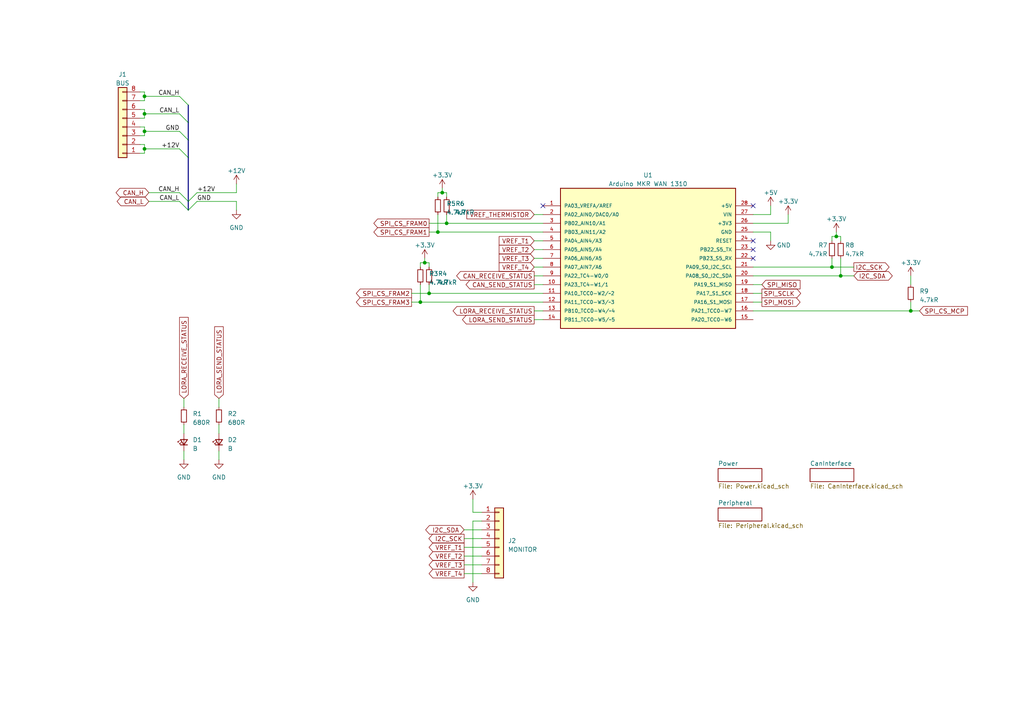
<source format=kicad_sch>
(kicad_sch (version 20231120) (generator "eeschema") (generator_version "8.0")
  (paper "A4")
  (lib_symbols
    (symbol "ABX00012:ABX00012" (pin_names (offset 1.016))
      (property "Reference" "U" (at -25.4 21.082 0))
      (property "Value" "ABX00012" (at -25.4 -22.86 0))
      (symbol "ABX00012_0_0"
        (rectangle (start -25.4 -20.32) (end 25.4 20.32) (stroke (width 0.254)) (fill (type background)))
        (pin bidirectional line (at -30.48 15.24 0) (length 5.08) (name "PA03_VREFA/AREF") (number "1"))
        (pin bidirectional line (at -30.48 -7.62 0) (length 5.08) (name "PA23_TC4-W1/1") (number "10"))
        (pin bidirectional line (at -30.48 -10.16 0) (length 5.08) (name "PA10_TCC0-W2/~2") (number "11"))
        (pin bidirectional line (at -30.48 -12.7 0) (length 5.08) (name "PA11_TCC0-W3/~3") (number "12"))
        (pin bidirectional line (at -30.48 -15.24 0) (length 5.08) (name "PB10_TCC0-W4/~4") (number "13"))
        (pin bidirectional line (at -30.48 -17.78 0) (length 5.08) (name "PB11_TCC0-W5/~5") (number "14"))
        (pin bidirectional line (at 30.48 -17.78 180) (length 5.08) (name "PA20_TCC0-W6") (number "15"))
        (pin bidirectional line (at 30.48 -15.24 180) (length 5.08) (name "PA21_TCC0-W7") (number "16"))
        (pin bidirectional line (at 30.48 -12.7 180) (length 5.08) (name "PA16_S1_MOSI") (number "17"))
        (pin bidirectional line (at 30.48 -10.16 180) (length 5.08) (name "PA17_S1_SCK") (number "18"))
        (pin bidirectional line (at 30.48 -7.62 180) (length 5.08) (name "PA19_S1_MISO") (number "19"))
        (pin bidirectional line (at -30.48 12.7 0) (length 5.08) (name "PA02_AIN0/DAC0/A0") (number "2"))
        (pin bidirectional line (at 30.48 -5.08 180) (length 5.08) (name "PA08_S0_I2C_SDA") (number "20"))
        (pin bidirectional line (at 30.48 -2.54 180) (length 5.08) (name "PA09_S0_I2C_SCL") (number "21"))
        (pin bidirectional line (at 30.48 0 180) (length 5.08) (name "PB23_S5_RX") (number "22"))
        (pin bidirectional line (at 30.48 2.54 180) (length 5.08) (name "PB22_S5_TX") (number "23"))
        (pin input line (at 30.48 5.08 180) (length 5.08) (name "RESET") (number "24"))
        (pin power_in line (at 30.48 7.62 180) (length 5.08) (name "GND") (number "25"))
        (pin power_in line (at 30.48 10.16 180) (length 5.08) (name "+3V3") (number "26"))
        (pin power_in line (at 30.48 12.7 180) (length 5.08) (name "VIN") (number "27"))
        (pin power_in line (at 30.48 15.24 180) (length 5.08) (name "+5V") (number "28"))
        (pin bidirectional line (at -30.48 10.16 0) (length 5.08) (name "PB02_AIN10/A1") (number "3"))
        (pin bidirectional line (at -30.48 7.62 0) (length 5.08) (name "PB03_AIN11/A2") (number "4"))
        (pin bidirectional line (at -30.48 5.08 0) (length 5.08) (name "PA04_AIN4/A3") (number "5"))
        (pin bidirectional line (at -30.48 2.54 0) (length 5.08) (name "PA05_AIN5/A4") (number "6"))
        (pin bidirectional line (at -30.48 0 0) (length 5.08) (name "PA06_AIN6/A5") (number "7"))
        (pin bidirectional line (at -30.48 -2.54 0) (length 5.08) (name "PA07_AIN7/A6") (number "8"))
        (pin bidirectional line (at -30.48 -5.08 0) (length 5.08) (name "PA22_TC4-W0/0") (number "9"))
      )
    )
    (symbol "Connector_Generic:Conn_01x08" (pin_names (offset 1.016) hide)
      (property "Reference" "J" (at 0 10.16 0))
      (property "Value" "Conn_01x08" (at 0 -12.7 0))
      (symbol "Conn_01x08_1_1"
        (rectangle (start -1.27 -10.033) (end 0 -10.287) (stroke (width 0.1524)))
        (rectangle (start -1.27 -7.493) (end 0 -7.747) (stroke (width 0.1524)))
        (rectangle (start -1.27 -4.953) (end 0 -5.207) (stroke (width 0.1524)))
        (rectangle (start -1.27 -2.413) (end 0 -2.667) (stroke (width 0.1524)))
        (rectangle (start -1.27 0.127) (end 0 -0.127) (stroke (width 0.1524)))
        (rectangle (start -1.27 2.667) (end 0 2.413) (stroke (width 0.1524)))
        (rectangle (start -1.27 5.207) (end 0 4.953) (stroke (width 0.1524)))
        (rectangle (start -1.27 7.747) (end 0 7.493) (stroke (width 0.1524)))
        (rectangle (start -1.27 8.89) (end 1.27 -11.43) (stroke (width 0.254)) (fill (type background)))
        (pin passive line (at -5.08 7.62 0) (length 3.81) (name "Pin_1") (number "1"))
        (pin passive line (at -5.08 5.08 0) (length 3.81) (name "Pin_2") (number "2"))
        (pin passive line (at -5.08 2.54 0) (length 3.81) (name "Pin_3") (number "3"))
        (pin passive line (at -5.08 0 0) (length 3.81) (name "Pin_4") (number "4"))
        (pin passive line (at -5.08 -2.54 0) (length 3.81) (name "Pin_5") (number "5"))
        (pin passive line (at -5.08 -5.08 0) (length 3.81) (name "Pin_6") (number "6"))
        (pin passive line (at -5.08 -7.62 0) (length 3.81) (name "Pin_7") (number "7"))
        (pin passive line (at -5.08 -10.16 0) (length 3.81) (name "Pin_8") (number "8"))
      )
    )
    (symbol "Device:LED_Small" (pin_numbers hide) (pin_names (offset 0.254) hide)
      (property "Reference" "D" (at -1.27 3.175 0))
      (property "Value" "LED_Small" (at -4.445 -2.54 0))
      (symbol "LED_Small_0_1"
        (polyline (pts (xy -0.762 -1.016) (xy -0.762 1.016)) (stroke (width 0.254)))
        (polyline (pts (xy 1.016 0) (xy -0.762 0)))
        (polyline (pts (xy 0.762 -1.016) (xy -0.762 0) (xy 0.762 1.016) (xy 0.762 -1.016)) (stroke (width 0.254)))
        (polyline (pts (xy 0 0.762) (xy -0.508 1.27) (xy -0.254 1.27) (xy -0.508 1.27) (xy -0.508 1.016)))
        (polyline (pts (xy 0.508 1.27) (xy 0 1.778) (xy 0.254 1.778) (xy 0 1.778) (xy 0 1.524)))
      )
      (symbol "LED_Small_1_1"
        (pin passive line (at -2.54 0 0) (length 1.778) (name "K") (number "1"))
        (pin passive line (at 2.54 0 180) (length 1.778) (name "A") (number "2"))
      )
    )
    (symbol "Device:R_Small" (pin_numbers hide) (pin_names (offset 0.254) hide)
      (property "Reference" "R" (at 0.762 0.508 0))
      (property "Value" "R_Small" (at 0.762 -1.016 0))
      (symbol "R_Small_0_1"
        (rectangle (start -0.762 1.778) (end 0.762 -1.778) (stroke (width 0.2032)))
      )
      (symbol "R_Small_1_1"
        (pin passive line (at 0 2.54 270) (length 0.762) (name "~") (number "1"))
        (pin passive line (at 0 -2.54 90) (length 0.762) (name "~") (number "2"))
      )
    )
    (symbol "power:+12V" (power) (pin_names (offset 0))
      (property "Value" "+12V" (at 0 3.556 0))
      (symbol "+12V_0_1"
        (polyline (pts (xy -0.762 1.27) (xy 0 2.54)))
        (polyline (pts (xy 0 0) (xy 0 2.54)))
        (polyline (pts (xy 0 2.54) (xy 0.762 1.27)))
      )
      (symbol "+12V_1_1"
        (pin power_in line (at 0 0 90) (length 0) hide (name "+12V") (number "1"))
      )
    )
    (symbol "power:+3.3V" (power) (pin_names (offset 0))
      (property "Value" "+3.3V" (at 0 3.556 0))
      (symbol "+3.3V_0_1"
        (polyline (pts (xy -0.762 1.27) (xy 0 2.54)))
        (polyline (pts (xy 0 0) (xy 0 2.54)))
        (polyline (pts (xy 0 2.54) (xy 0.762 1.27)))
      )
      (symbol "+3.3V_1_1"
        (pin power_in line (at 0 0 90) (length 0) hide (name "+3.3V") (number "1"))
      )
    )
    (symbol "power:+5V" (power) (pin_names (offset 0))
      (property "Value" "+5V" (at 0 3.556 0))
      (symbol "+5V_0_1"
        (polyline (pts (xy -0.762 1.27) (xy 0 2.54)))
        (polyline (pts (xy 0 0) (xy 0 2.54)))
        (polyline (pts (xy 0 2.54) (xy 0.762 1.27)))
      )
      (symbol "+5V_1_1"
        (pin power_in line (at 0 0 90) (length 0) hide (name "+5V") (number "1"))
      )
    )
    (symbol "power:GND" (power) (pin_names (offset 0))
      (property "Value" "GND" (at 0 -3.81 0))
      (symbol "GND_0_1"
        (polyline (pts (xy 0 0) (xy 0 -1.27) (xy 1.27 -1.27) (xy 0 -2.54) (xy -1.27 -1.27) (xy 0 -1.27)))
      )
      (symbol "GND_1_1"
        (pin power_in line (at 0 0 270) (length 0) hide (name "GND") (number "1"))
      )
    )
  )
  (junction (at 41.91 38.1))
  (junction (at 241.3 77.47))
  (junction (at 243.84 80.01))
  (junction (at 41.91 43.18))
  (junction (at 41.91 27.94))
  (junction (at 41.91 33.02))
  (junction (at 124.46 85.09))
  (junction (at 123.19 76.2))
  (junction (at 264.16 90.17))
  (junction (at 128.27 55.88))
  (junction (at 129.54 64.77))
  (junction (at 121.92 87.63))
  (junction (at 242.57 68.58))
  (junction (at 127 67.31))
  (no_connect (at 218.44 59.69))
  (no_connect (at 218.44 72.39))
  (no_connect (at 218.44 69.85))
  (no_connect (at 157.48 59.69))
  (no_connect (at 218.44 74.93))
  (bus_entry (at 52.07 43.18) (size 2.54 2.54))
  (bus_entry (at 54.61 60.96) (size 2.54 -2.54))
  (bus_entry (at 54.61 58.42) (size -2.54 -2.54))
  (bus_entry (at 52.07 38.1) (size 2.54 2.54))
  (bus_entry (at 54.61 60.96) (size -2.54 -2.54))
  (bus_entry (at 52.07 27.94) (size 2.54 2.54))
  (bus_entry (at 52.07 33.02) (size 2.54 2.54))
  (bus_entry (at 54.61 58.42) (size 2.54 -2.54))
  (wire (pts (xy 52.07 55.88) (xy 43.18 55.88)))
  (wire (pts (xy 41.91 33.02) (xy 52.07 33.02)))
  (wire (pts (xy 53.34 130.81) (xy 53.34 133.35)))
  (wire (pts (xy 41.91 44.45) (xy 41.91 43.18)))
  (wire (pts (xy 124.46 76.2) (xy 123.19 76.2)))
  (wire (pts (xy 243.84 74.93) (xy 243.84 80.01)))
  (wire (pts (xy 218.44 80.01) (xy 243.84 80.01)))
  (wire (pts (xy 218.44 77.47) (xy 241.3 77.47)))
  (wire (pts (xy 41.91 27.94) (xy 52.07 27.94)))
  (wire (pts (xy 242.57 68.58) (xy 243.84 68.58)))
  (wire (pts (xy 137.16 168.91) (xy 137.16 151.13)))
  (wire (pts (xy 68.58 53.34) (xy 68.58 55.88)))
  (wire (pts (xy 41.91 39.37) (xy 40.64 39.37)))
  (wire (pts (xy 63.5 130.81) (xy 63.5 133.35)))
  (wire (pts (xy 134.62 166.37) (xy 139.7 166.37)))
  (wire (pts (xy 41.91 38.1) (xy 52.07 38.1)))
  (wire (pts (xy 127 67.31) (xy 127 62.23)))
  (wire (pts (xy 68.58 60.96) (xy 68.58 58.42)))
  (wire (pts (xy 40.64 34.29) (xy 41.91 34.29)))
  (wire (pts (xy 134.62 158.75) (xy 139.7 158.75)))
  (wire (pts (xy 154.94 72.39) (xy 157.48 72.39)))
  (wire (pts (xy 41.91 27.94) (xy 41.91 29.21)))
  (wire (pts (xy 40.64 29.21) (xy 41.91 29.21)))
  (wire (pts (xy 124.46 85.09) (xy 124.46 82.55)))
  (wire (pts (xy 129.54 57.15) (xy 129.54 55.88)))
  (wire (pts (xy 134.62 156.21) (xy 139.7 156.21)))
  (bus (pts (xy 54.61 30.48) (xy 54.61 35.56)))
  (wire (pts (xy 264.16 90.17) (xy 266.7 90.17)))
  (wire (pts (xy 218.44 82.55) (xy 220.98 82.55)))
  (bus (pts (xy 54.61 45.72) (xy 54.61 58.42)))
  (wire (pts (xy 128.27 55.88) (xy 127 55.88)))
  (wire (pts (xy 154.94 82.55) (xy 157.48 82.55)))
  (wire (pts (xy 264.16 80.01) (xy 264.16 82.55)))
  (wire (pts (xy 157.48 64.77) (xy 129.54 64.77)))
  (wire (pts (xy 157.48 67.31) (xy 127 67.31)))
  (wire (pts (xy 241.3 68.58) (xy 242.57 68.58)))
  (wire (pts (xy 137.16 151.13) (xy 139.7 151.13)))
  (wire (pts (xy 41.91 38.1) (xy 41.91 39.37)))
  (wire (pts (xy 41.91 41.91) (xy 41.91 43.18)))
  (wire (pts (xy 40.64 36.83) (xy 41.91 36.83)))
  (wire (pts (xy 40.64 44.45) (xy 41.91 44.45)))
  (wire (pts (xy 218.44 90.17) (xy 264.16 90.17)))
  (wire (pts (xy 218.44 87.63) (xy 220.98 87.63)))
  (wire (pts (xy 243.84 68.58) (xy 243.84 69.85)))
  (wire (pts (xy 123.19 76.2) (xy 121.92 76.2)))
  (wire (pts (xy 134.62 153.67) (xy 139.7 153.67)))
  (wire (pts (xy 223.52 67.31) (xy 223.52 69.85)))
  (wire (pts (xy 218.44 85.09) (xy 220.98 85.09)))
  (wire (pts (xy 154.94 62.23) (xy 157.48 62.23)))
  (wire (pts (xy 124.46 77.47) (xy 124.46 76.2)))
  (wire (pts (xy 154.94 74.93) (xy 157.48 74.93)))
  (wire (pts (xy 68.58 55.88) (xy 57.15 55.88)))
  (wire (pts (xy 137.16 148.59) (xy 139.7 148.59)))
  (wire (pts (xy 242.57 67.31) (xy 242.57 68.58)))
  (wire (pts (xy 154.94 92.71) (xy 157.48 92.71)))
  (wire (pts (xy 41.91 36.83) (xy 41.91 38.1)))
  (bus (pts (xy 54.61 35.56) (xy 54.61 40.64)))
  (wire (pts (xy 127 55.88) (xy 127 57.15)))
  (wire (pts (xy 63.5 123.19) (xy 63.5 125.73)))
  (wire (pts (xy 41.91 34.29) (xy 41.91 33.02)))
  (wire (pts (xy 53.34 115.57) (xy 53.34 118.11)))
  (wire (pts (xy 121.92 76.2) (xy 121.92 77.47)))
  (wire (pts (xy 154.94 69.85) (xy 157.48 69.85)))
  (wire (pts (xy 124.46 64.77) (xy 129.54 64.77)))
  (wire (pts (xy 241.3 77.47) (xy 247.65 77.47)))
  (bus (pts (xy 54.61 58.42) (xy 54.61 60.96)))
  (wire (pts (xy 137.16 144.78) (xy 137.16 148.59)))
  (wire (pts (xy 218.44 64.77) (xy 228.6 64.77)))
  (wire (pts (xy 119.38 85.09) (xy 124.46 85.09)))
  (wire (pts (xy 134.62 161.29) (xy 139.7 161.29)))
  (wire (pts (xy 53.34 123.19) (xy 53.34 125.73)))
  (wire (pts (xy 241.3 69.85) (xy 241.3 68.58)))
  (wire (pts (xy 128.27 54.61) (xy 128.27 55.88)))
  (bus (pts (xy 54.61 40.64) (xy 54.61 45.72)))
  (wire (pts (xy 223.52 62.23) (xy 218.44 62.23)))
  (wire (pts (xy 241.3 74.93) (xy 241.3 77.47)))
  (wire (pts (xy 243.84 80.01) (xy 247.65 80.01)))
  (wire (pts (xy 264.16 87.63) (xy 264.16 90.17)))
  (wire (pts (xy 63.5 115.57) (xy 63.5 118.11)))
  (wire (pts (xy 68.58 58.42) (xy 57.15 58.42)))
  (wire (pts (xy 223.52 59.69) (xy 223.52 62.23)))
  (wire (pts (xy 121.92 82.55) (xy 121.92 87.63)))
  (wire (pts (xy 134.62 163.83) (xy 139.7 163.83)))
  (wire (pts (xy 228.6 62.23) (xy 228.6 64.77)))
  (wire (pts (xy 154.94 80.01) (xy 157.48 80.01)))
  (wire (pts (xy 124.46 67.31) (xy 127 67.31)))
  (wire (pts (xy 119.38 87.63) (xy 121.92 87.63)))
  (wire (pts (xy 123.19 74.93) (xy 123.19 76.2)))
  (wire (pts (xy 40.64 31.75) (xy 41.91 31.75)))
  (wire (pts (xy 40.64 41.91) (xy 41.91 41.91)))
  (wire (pts (xy 41.91 43.18) (xy 52.07 43.18)))
  (wire (pts (xy 41.91 27.94) (xy 41.91 26.67)))
  (wire (pts (xy 124.46 85.09) (xy 157.48 85.09)))
  (wire (pts (xy 52.07 58.42) (xy 43.18 58.42)))
  (wire (pts (xy 154.94 77.47) (xy 157.48 77.47)))
  (wire (pts (xy 129.54 64.77) (xy 129.54 62.23)))
  (wire (pts (xy 154.94 90.17) (xy 157.48 90.17)))
  (wire (pts (xy 41.91 33.02) (xy 41.91 31.75)))
  (wire (pts (xy 157.48 87.63) (xy 121.92 87.63)))
  (wire (pts (xy 218.44 67.31) (xy 223.52 67.31)))
  (wire (pts (xy 40.64 26.67) (xy 41.91 26.67)))
  (wire (pts (xy 129.54 55.88) (xy 128.27 55.88)))
  (label "GND" (at 52.07 38.1 180))
  (label "CAN_L" (at 52.07 33.02 180))
  (label "GND" (at 57.15 58.42 0))
  (label "+12V" (at 52.07 43.18 180))
  (label "CAN_L" (at 52.07 58.42 180))
  (label "+12V" (at 57.15 55.88 0))
  (label "CAN_H" (at 52.07 27.94 180))
  (label "CAN_H" (at 52.07 55.88 180))
  (global_label "I2C_SCK" (shape output) (at 247.65 77.47 0) (property "Intersheetrefs" "${INTERSHEET_REFS}" (effects (hide yes))))
  (global_label "VREF_T3" (shape input) (at 154.94 74.93 180) (property "Intersheetrefs" "${INTERSHEET_REFS}" (effects (hide yes))))
  (global_label "VREF_T2" (shape output) (at 134.62 161.29 180) (property "Intersheetrefs" "${INTERSHEET_REFS}" (effects (hide yes))))
  (global_label "SPI_CS_FRAM3" (shape output) (at 119.38 87.63 180) (property "Intersheetrefs" "${INTERSHEET_REFS}" (effects (hide yes))))
  (global_label "LORA_RECEIVE_STATUS" (shape output) (at 154.94 90.17 180) (property "Intersheetrefs" "${INTERSHEET_REFS}" (effects (hide yes))))
  (global_label "SPI_CS_FRAM2" (shape output) (at 119.38 85.09 180) (property "Intersheetrefs" "${INTERSHEET_REFS}" (effects (hide yes))))
  (global_label "VREF_T4" (shape output) (at 134.62 166.37 180) (property "Intersheetrefs" "${INTERSHEET_REFS}" (effects (hide yes))))
  (global_label "I2C_SCK" (shape output) (at 134.62 156.21 180) (property "Intersheetrefs" "${INTERSHEET_REFS}" (effects (hide yes))))
  (global_label "SPI_CS_FRAM1" (shape output) (at 124.46 67.31 180) (property "Intersheetrefs" "${INTERSHEET_REFS}" (effects (hide yes))))
  (global_label "VREF_T3" (shape output) (at 134.62 163.83 180) (property "Intersheetrefs" "${INTERSHEET_REFS}" (effects (hide yes))))
  (global_label "VREF_T1" (shape output) (at 134.62 158.75 180) (property "Intersheetrefs" "${INTERSHEET_REFS}" (effects (hide yes))))
  (global_label "VREF_T4" (shape input) (at 154.94 77.47 180) (property "Intersheetrefs" "${INTERSHEET_REFS}" (effects (hide yes))))
  (global_label "VREF_T1" (shape input) (at 154.94 69.85 180) (property "Intersheetrefs" "${INTERSHEET_REFS}" (effects (hide yes))))
  (global_label "CAN_L" (shape bidirectional) (at 43.18 58.42 180) (property "Intersheetrefs" "${INTERSHEET_REFS}" (effects (hide yes))))
  (global_label "SPI_MOSI" (shape output) (at 220.98 87.63 0) (property "Intersheetrefs" "${INTERSHEET_REFS}" (effects (hide yes))))
  (global_label "I2C_SDA" (shape bidirectional) (at 134.62 153.67 180) (property "Intersheetrefs" "${INTERSHEET_REFS}" (effects (hide yes))))
  (global_label "LORA_RECEIVE_STATUS" (shape input) (at 53.34 115.57 90) (property "Intersheetrefs" "${INTERSHEET_REFS}" (effects (hide yes))))
  (global_label "VREF_T2" (shape input) (at 154.94 72.39 180) (property "Intersheetrefs" "${INTERSHEET_REFS}" (effects (hide yes))))
  (global_label "LORA_SEND_STATUS" (shape output) (at 154.94 92.71 180) (property "Intersheetrefs" "${INTERSHEET_REFS}" (effects (hide yes))))
  (global_label "SPI_SCLK" (shape output) (at 220.98 85.09 0) (property "Intersheetrefs" "${INTERSHEET_REFS}" (effects (hide yes))))
  (global_label "CAN_SEND_STATUS" (shape output) (at 154.94 82.55 180) (property "Intersheetrefs" "${INTERSHEET_REFS}" (effects (hide yes))))
  (global_label "SPI_CS_MCP" (shape input) (at 266.7 90.17 0) (property "Intersheetrefs" "${INTERSHEET_REFS}" (effects (hide yes))))
  (global_label "I2C_SDA" (shape bidirectional) (at 247.65 80.01 0) (property "Intersheetrefs" "${INTERSHEET_REFS}" (effects (hide yes))))
  (global_label "CAN_H" (shape bidirectional) (at 43.18 55.88 180) (property "Intersheetrefs" "${INTERSHEET_REFS}" (effects (hide yes))))
  (global_label "LORA_SEND_STATUS" (shape input) (at 63.5 115.57 90) (property "Intersheetrefs" "${INTERSHEET_REFS}" (effects (hide yes))))
  (global_label "VREF_THERMISTOR" (shape input) (at 154.94 62.23 180) (property "Intersheetrefs" "${INTERSHEET_REFS}" (effects (hide yes))))
  (global_label "CAN_RECEIVE_STATUS" (shape output) (at 154.94 80.01 180) (property "Intersheetrefs" "${INTERSHEET_REFS}" (effects (hide yes))))
  (global_label "SPI_CS_FRAM0" (shape output) (at 124.46 64.77 180) (property "Intersheetrefs" "${INTERSHEET_REFS}" (effects (hide yes))))
  (global_label "SPI_MISO" (shape input) (at 220.98 82.55 0) (property "Intersheetrefs" "${INTERSHEET_REFS}" (effects (hide yes))))
  (symbol (lib_id "power:+3.3V") (at 228.6 62.23 0) (unit 1)
    (property "Reference" "#PWR011" (effects (hide yes)))
    (property "Value" "+3.3V" (at 228.6 58.42 0))
  )
  (symbol (lib_id "power:+12V") (at 68.58 53.34 0) (mirror y) (unit 1)
    (property "Reference" "#PWR03" (effects (hide yes)))
    (property "Value" "+12V" (at 68.58 49.53 0))
  )
  (symbol (lib_id "power:+3.3V") (at 137.16 144.78 0) (unit 1)
    (property "Reference" "#PWR07" (effects (hide yes)))
    (property "Value" "+3.3V" (at 137.16 140.97 0))
  )
  (symbol (lib_id "Connector_Generic:Conn_01x08") (at 144.78 156.21 0) (unit 1)
    (property "Reference" "J2" (at 147.32 156.845 0) (effects (justify left)))
    (property "Value" "MONITOR" (at 147.32 159.385 0) (effects (justify left)))
    (property "Footprint" "Hirose_Connector:Hirose_DF11B-8DP-2DS" (effects (hide yes)))
    (property "Datasheet" "https://www.hirose.com/ja/product/p/CL0543-0535-7-24" (effects (hide yes)))
  )
  (symbol (lib_id "Device:R_Small") (at 264.16 85.09 180) (unit 1)
    (property "Reference" "R9" (at 266.7 84.455 0) (effects (justify right)))
    (property "Value" "4.7kR" (at 266.7 86.995 0) (effects (justify right)))
    (property "Footprint" "Resistor_SMD:R_0603_1608Metric_Pad0.98x0.95mm_HandSolder" (effects (hide yes)))
    (property "Datasheet" "https://www.chip1stop.com/view/dispDetail/DispDetail?partId=ROHM-0040161" (effects (hide yes)))
  )
  (symbol (lib_id "power:+3.3V") (at 128.27 54.61 0) (unit 1)
    (property "Reference" "#PWR06" (effects (hide yes)))
    (property "Value" "+3.3V" (at 128.27 50.8 0))
  )
  (symbol (lib_id "power:GND") (at 53.34 133.35 0) (unit 1)
    (property "Reference" "#PWR01" (effects (hide yes)))
    (property "Value" "GND" (at 53.34 138.43 0))
  )
  (symbol (lib_id "power:+3.3V") (at 264.16 80.01 0) (unit 1)
    (property "Reference" "#PWR013" (effects (hide yes)))
    (property "Value" "+3.3V" (at 264.16 76.2 0))
  )
  (symbol (lib_id "ABX00012:ABX00012") (at 187.96 74.93 0) (unit 1)
    (property "Reference" "U1" (at 187.96 50.8 0))
    (property "Value" "Arduino MKR WAN 1310" (at 187.96 53.34 0))
    (property "Footprint" "ARDUINO_MKR_WAN_1310:BOARD_ARDUINO_MKR_WAN_1310" (effects (hide yes)))
    (property "Datasheet" "https://docs.arduino.cc/hardware/mkr-wan-1310" (effects (hide yes)))
    (property "STANDARD" "Manufacturer Recommendations" (effects (hide yes)))
    (property "PARTREV" "5" (effects (hide yes)))
    (property "MANUFACTURER" "Arduino" (effects (hide yes)))
  )
  (symbol (lib_id "power:GND") (at 223.52 69.85 0) (unit 1)
    (property "Reference" "#PWR010" (effects (hide yes)))
    (property "Value" "GND" (at 227.33 71.12 0))
  )
  (symbol (lib_id "Device:R_Small") (at 243.84 72.39 180) (unit 1)
    (property "Reference" "R8" (at 245.11 71.12 0) (effects (justify right)))
    (property "Value" "4.7kR" (at 245.11 73.66 0) (effects (justify right)))
    (property "Footprint" "Resistor_SMD:R_0603_1608Metric_Pad0.98x0.95mm_HandSolder" (effects (hide yes)))
    (property "Datasheet" "https://www.chip1stop.com/view/dispDetail/DispDetail?partId=ROHM-0040161" (effects (hide yes)))
  )
  (symbol (lib_id "power:GND") (at 68.58 60.96 0) (mirror y) (unit 1)
    (property "Reference" "#PWR04" (effects (hide yes)))
    (property "Value" "GND" (at 68.58 66.04 0))
  )
  (symbol (lib_id "Device:R_Small") (at 127 59.69 180) (unit 1)
    (property "Reference" "R5" (at 129.54 59.055 0) (effects (justify right)))
    (property "Value" "4.7kR" (at 129.54 61.595 0) (effects (justify right)))
    (property "Footprint" "Resistor_SMD:R_0603_1608Metric_Pad0.98x0.95mm_HandSolder" (effects (hide yes)))
    (property "Datasheet" "https://www.chip1stop.com/view/dispDetail/DispDetail?partId=ROHM-0040161" (effects (hide yes)))
  )
  (symbol (lib_id "Device:R_Small") (at 129.54 59.69 180) (unit 1)
    (property "Reference" "R6" (at 132.08 59.055 0) (effects (justify right)))
    (property "Value" "4.7kR" (at 132.08 61.595 0) (effects (justify right)))
    (property "Footprint" "Resistor_SMD:R_0603_1608Metric_Pad0.98x0.95mm_HandSolder" (effects (hide yes)))
    (property "Datasheet" "https://www.chip1stop.com/view/dispDetail/DispDetail?partId=ROHM-0040161" (effects (hide yes)))
  )
  (symbol (lib_id "Device:LED_Small") (at 53.34 128.27 90) (unit 1)
    (property "Reference" "D1" (at 55.88 127.5715 90) (effects (justify right)))
    (property "Value" "B" (at 55.88 130.1115 90) (effects (justify right)))
    (property "Footprint" "LED_SMD:LED_0603_1608Metric_Pad1.05x0.95mm_HandSolder" (effects (hide yes)))
    (property "Datasheet" "https://akizukidenshi.com/catalog/g/gI-03982/" (effects (hide yes)))
  )
  (symbol (lib_id "power:GND") (at 137.16 168.91 0) (unit 1)
    (property "Reference" "#PWR08" (effects (hide yes)))
    (property "Value" "GND" (at 137.16 173.99 0))
  )
  (symbol (lib_id "power:+3.3V") (at 242.57 67.31 0) (unit 1)
    (property "Reference" "#PWR012" (effects (hide yes)))
    (property "Value" "+3.3V" (at 242.57 63.5 0))
  )
  (symbol (lib_id "Device:R_Small") (at 53.34 120.65 0) (unit 1)
    (property "Reference" "R1" (at 55.88 120.015 0) (effects (justify left)))
    (property "Value" "680R" (at 55.88 122.555 0) (effects (justify left)))
    (property "Footprint" "Resistor_SMD:R_0603_1608Metric_Pad0.98x0.95mm_HandSolder" (effects (hide yes)))
    (property "Datasheet" "https://www.chip1stop.com/view/dispDetail/DispDetail?partId=ROHM-0040175" (effects (hide yes)))
  )
  (symbol (lib_id "power:+5V") (at 223.52 59.69 0) (unit 1)
    (property "Reference" "#PWR09" (effects (hide yes)))
    (property "Value" "+5V" (at 223.52 55.88 0))
  )
  (symbol (lib_id "power:GND") (at 63.5 133.35 0) (unit 1)
    (property "Reference" "#PWR02" (effects (hide yes)))
    (property "Value" "GND" (at 63.5 138.43 0))
  )
  (symbol (lib_id "power:+3.3V") (at 123.19 74.93 0) (unit 1)
    (property "Reference" "#PWR05" (effects (hide yes)))
    (property "Value" "+3.3V" (at 123.19 71.12 0))
  )
  (symbol (lib_id "Device:R_Small") (at 124.46 80.01 180) (unit 1)
    (property "Reference" "R4" (at 127 79.375 0) (effects (justify right)))
    (property "Value" "4.7kR" (at 127 81.915 0) (effects (justify right)))
    (property "Footprint" "Resistor_SMD:R_0603_1608Metric_Pad0.98x0.95mm_HandSolder" (effects (hide yes)))
    (property "Datasheet" "https://www.chip1stop.com/view/dispDetail/DispDetail?partId=ROHM-0040161" (effects (hide yes)))
  )
  (symbol (lib_id "Device:R_Small") (at 241.3 72.39 0) (mirror x) (unit 1)
    (property "Reference" "R7" (at 240.03 71.12 0) (effects (justify right)))
    (property "Value" "4.7kR" (at 240.03 73.66 0) (effects (justify right)))
    (property "Footprint" "Resistor_SMD:R_0603_1608Metric_Pad0.98x0.95mm_HandSolder" (effects (hide yes)))
    (property "Datasheet" "https://www.chip1stop.com/view/dispDetail/DispDetail?partId=ROHM-0040161" (effects (hide yes)))
  )
  (symbol (lib_id "Device:R_Small") (at 63.5 120.65 0) (unit 1)
    (property "Reference" "R2" (at 66.04 120.015 0) (effects (justify left)))
    (property "Value" "680R" (at 66.04 122.555 0) (effects (justify left)))
    (property "Footprint" "Resistor_SMD:R_0603_1608Metric_Pad0.98x0.95mm_HandSolder" (effects (hide yes)))
    (property "Datasheet" "https://www.chip1stop.com/view/dispDetail/DispDetail?partId=ROHM-0040175" (effects (hide yes)))
  )
  (symbol (lib_id "Device:LED_Small") (at 63.5 128.27 90) (unit 1)
    (property "Reference" "D2" (at 66.04 127.5715 90) (effects (justify right)))
    (property "Value" "B" (at 66.04 130.1115 90) (effects (justify right)))
    (property "Footprint" "LED_SMD:LED_0603_1608Metric_Pad1.05x0.95mm_HandSolder" (effects (hide yes)))
    (property "Datasheet" "https://akizukidenshi.com/catalog/g/gI-03982/" (effects (hide yes)))
  )
  (symbol (lib_id "Device:R_Small") (at 121.92 80.01 180) (unit 1)
    (property "Reference" "R3" (at 124.46 79.375 0) (effects (justify right)))
    (property "Value" "4.7kR" (at 124.46 81.915 0) (effects (justify right)))
    (property "Footprint" "Resistor_SMD:R_0603_1608Metric_Pad0.98x0.95mm_HandSolder" (effects (hide yes)))
    (property "Datasheet" "https://www.chip1stop.com/view/dispDetail/DispDetail?partId=ROHM-0040161" (effects (hide yes)))
  )
  (symbol (lib_id "Connector_Generic:Conn_01x08") (at 35.56 36.83 180) (unit 1)
    (property "Reference" "J1" (at 35.56 21.59 0))
    (property "Value" "BUS" (at 35.56 24.13 0))
    (property "Footprint" "Hirose_Connector:Hirose_DF11B-8DP-2DS" (effects (hide yes)))
    (property "Datasheet" "https://www.hirose.com/ja/product/p/CL0543-0535-7-24" (effects (hide yes)))
  )
  (sheet (at 234.95 135.89) (size 12.7 3.81) (stroke (width 0.1524))
    (property "Sheetname" "CanInterface" (at 234.95 135.1784 0) (effects (justify left bottom)))
    (property "Sheetfile" "CanInterface.kicad_sch" (at 234.95 140.2846 0) (effects (justify left top)))
  )
  (sheet (at 208.28 135.89) (size 12.7 3.81) (stroke (width 0.1524))
    (property "Sheetname" "Power" (at 208.28 135.1784 0) (effects (justify left bottom)))
    (property "Sheetfile" "Power.kicad_sch" (at 208.28 140.2846 0) (effects (justify left top)))
  )
  (sheet (at 208.28 147.32) (size 12.7 3.81) (stroke (width 0.1524))
    (property "Sheetname" "Peripheral" (at 208.28 146.6084 0) (effects (justify left bottom)))
    (property "Sheetfile" "Peripheral.kicad_sch" (at 208.28 151.7146 0) (effects (justify left top)))
  )
)
</source>
